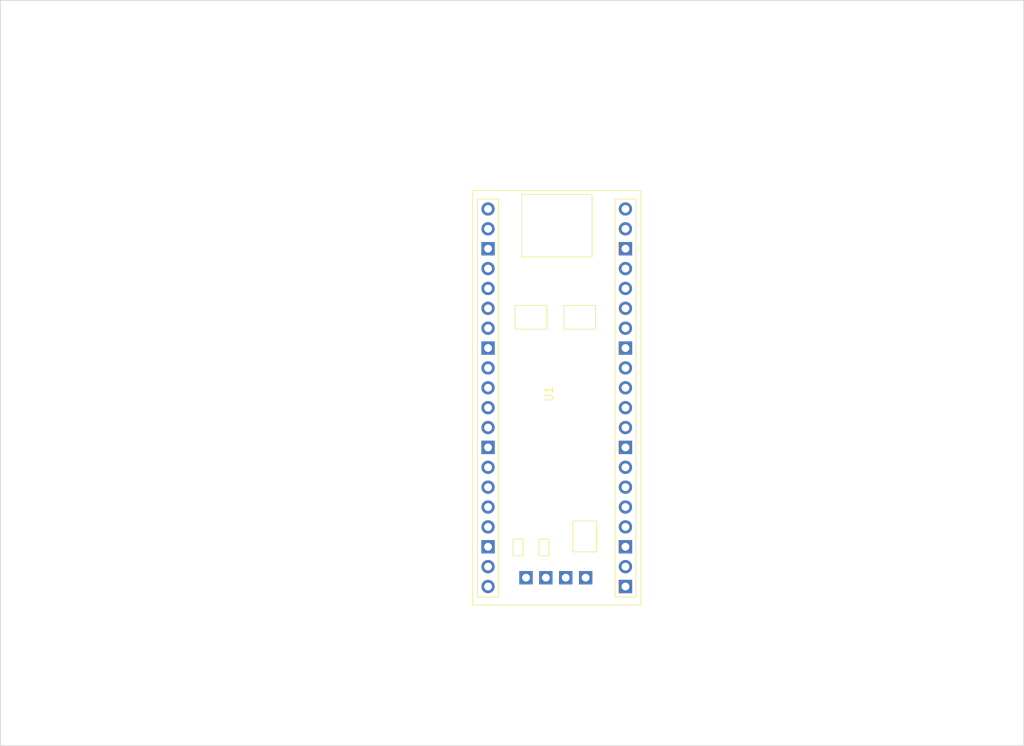
<source format=kicad_pcb>
(kicad_pcb (version 20211014) (generator pcbnew)
  (layers (0 "F.Cu" signal) (31 "B.Cu" signal) (34 "B.Paste" user) (35 "F.Paste" user) (36 "B.SilkS" user "B.Silkscreen") (37 "F.SilkS" user "F.Silkscreen") (38 "B.Mask" user) (39 "F.Mask" user) (44 "Edge.Cuts" user))
  (net 0 "")
  (footprint "WeAct-RP2040-Pico:WeAct-RP2040-Pico" (layer "F.Cu") (at 140.97 99.06)
    (fp_text reference "U1" (at -1.016 -0.508 90 unlocked) (layer "F.SilkS"))
    (fp_text value "WeAct-RP2040-Pico")
    (fp_line (start 7.444 -25.4) (end 10.104 -25.4) (layer "F.SilkS") (width 0.12))
    (fp_line (start 7.444 25.448) (end 10.104 25.448) (layer "F.SilkS") (width 0.12))
    (fp_line (start -10.12 -25.4) (end -10.12 25.448) (layer "F.SilkS") (width 0.12))
    (fp_line (start 10.104 -25.4) (end 10.104 25.448) (layer "F.SilkS") (width 0.12))
    (fp_line (start -10.12 -25.4) (end -7.46 -25.4) (layer "F.SilkS") (width 0.12))
    (fp_line (start -10.12 25.448) (end -7.46 25.448) (layer "F.SilkS") (width 0.12))
    (fp_line (start 7.444 -25.4) (end 7.444 25.448) (layer "F.SilkS") (width 0.12))
    (fp_line (start -7.46 -25.4) (end -7.46 25.448) (layer "F.SilkS") (width 0.12))
    (fp_rect (start -2.286 20.193) (end -1.016 18.034) (layer "F.SilkS") (width 0.12) (fill none))
    (fp_rect (start -5.588 20.193) (end -4.318 18.034) (layer "F.SilkS") (width 0.12) (fill none))
    (fp_rect (start -1.27 -11.811) (end -5.334 -8.763) (layer "F.SilkS") (width 0.12) (fill none))
    (fp_rect (start 5.08 19.685) (end 2.032 15.748) (layer "F.SilkS") (width 0.12) (fill none))
    (fp_rect (start -4.5 -26) (end 4.5 -18) (layer "F.SilkS") (width 0.12) (fill none))
    (fp_rect (start 4.953 -11.811) (end 0.889 -8.763) (layer "F.SilkS") (width 0.12) (fill none))
    (fp_rect (start -10.76 -26.5) (end 10.76 26.5) (layer "F.SilkS") (width 0.12) (fill none))
    (pad "1" thru_hole circle (at -8.79 -24.142) (size 1.7 1.7) (drill 1) (layers *.Cu *.Mask))
    (pad "2" thru_hole oval (at -8.79 -21.602) (size 1.7 1.7) (drill 1) (layers *.Cu *.Mask))
    (pad "3" thru_hole rect (at -8.79 -19.062) (size 1.7 1.7) (drill 1) (layers *.Cu *.Mask))
    (pad "4" thru_hole oval (at -8.79 -16.522) (size 1.7 1.7) (drill 1) (layers *.Cu *.Mask))
    (pad "5" thru_hole oval (at -8.79 -13.982) (size 1.7 1.7) (drill 1) (layers *.Cu *.Mask))
    (pad "6" thru_hole oval (at -8.79 -11.442) (size 1.7 1.7) (drill 1) (layers *.Cu *.Mask))
    (pad "7" thru_hole oval (at -8.79 -8.902) (size 1.7 1.7) (drill 1) (layers *.Cu *.Mask))
    (pad "8" thru_hole rect (at -8.79 -6.362) (size 1.7 1.7) (drill 1) (layers *.Cu *.Mask))
    (pad "9" thru_hole oval (at -8.79 -3.822) (size 1.7 1.7) (drill 1) (layers *.Cu *.Mask))
    (pad "10" thru_hole oval (at -8.79 -1.282) (size 1.7 1.7) (drill 1) (layers *.Cu *.Mask))
    (pad "11" thru_hole oval (at -8.79 1.258) (size 1.7 1.7) (drill 1) (layers *.Cu *.Mask))
    (pad "12" thru_hole oval (at -8.79 3.798) (size 1.7 1.7) (drill 1) (layers *.Cu *.Mask))
    (pad "13" thru_hole rect (at -8.79 6.338) (size 1.7 1.7) (drill 1) (layers *.Cu *.Mask))
    (pad "14" thru_hole oval (at -8.79 8.878) (size 1.7 1.7) (drill 1) (layers *.Cu *.Mask))
    (pad "15" thru_hole oval (at -8.79 11.418) (size 1.7 1.7) (drill 1) (layers *.Cu *.Mask))
    (pad "16" thru_hole oval (at -8.79 13.958) (size 1.7 1.7) (drill 1) (layers *.Cu *.Mask))
    (pad "17" thru_hole oval (at -8.79 16.498) (size 1.7 1.7) (drill 1) (layers *.Cu *.Mask))
    (pad "18" thru_hole rect (at -8.79 19.038) (size 1.7 1.7) (drill 1) (layers *.Cu *.Mask))
    (pad "19" thru_hole oval (at -8.79 21.578) (size 1.7 1.7) (drill 1) (layers *.Cu *.Mask))
    (pad "20" thru_hole oval (at -8.79 24.118) (size 1.7 1.7) (drill 1) (layers *.Cu *.Mask))
    (pad "21" thru_hole rect (at 8.774 24.118) (size 1.7 1.7) (drill 1) (layers *.Cu *.Mask))
    (pad "22" thru_hole oval (at 8.774 21.578) (size 1.7 1.7) (drill 1) (layers *.Cu *.Mask))
    (pad "23" thru_hole rect (at 8.774 19.038) (size 1.7 1.7) (drill 1) (layers *.Cu *.Mask))
    (pad "24" thru_hole oval (at 8.774 16.498) (size 1.7 1.7) (drill 1) (layers *.Cu *.Mask))
    (pad "25" thru_hole oval (at 8.774 13.958) (size 1.7 1.7) (drill 1) (layers *.Cu *.Mask))
    (pad "26" thru_hole oval (at 8.774 11.418) (size 1.7 1.7) (drill 1) (layers *.Cu *.Mask))
    (pad "27" thru_hole oval (at 8.774 8.878) (size 1.7 1.7) (drill 1) (layers *.Cu *.Mask))
    (pad "28" thru_hole rect (at 8.774 6.338) (size 1.7 1.7) (drill 1) (layers *.Cu *.Mask))
    (pad "29" thru_hole oval (at 8.774 3.798) (size 1.7 1.7) (drill 1) (layers *.Cu *.Mask))
    (pad "30" thru_hole oval (at 8.774 1.258) (size 1.7 1.7) (drill 1) (layers *.Cu *.Mask))
    (pad "31" thru_hole oval (at 8.774 -1.282) (size 1.7 1.7) (drill 1) (layers *.Cu *.Mask))
    (pad "32" thru_hole oval (at 8.774 -3.822) (size 1.7 1.7) (drill 1) (layers *.Cu *.Mask))
    (pad "33" thru_hole rect (at 8.774 -6.362) (size 1.7 1.7) (drill 1) (layers *.Cu *.Mask))
    (pad "34" thru_hole oval (at 8.774 -8.902) (size 1.7 1.7) (drill 1) (layers *.Cu *.Mask))
    (pad "35" thru_hole oval (at 8.774 -11.442) (size 1.7 1.7) (drill 1) (layers *.Cu *.Mask))
    (pad "36" thru_hole oval (at 8.774 -13.982) (size 1.7 1.7) (drill 1) (layers *.Cu *.Mask))
    (pad "37" thru_hole oval (at 8.774 -16.522) (size 1.7 1.7) (drill 1) (layers *.Cu *.Mask))
    (pad "38" thru_hole rect (at 8.774 -19.062) (size 1.7 1.7) (drill 1) (layers *.Cu *.Mask))
    (pad "39" thru_hole oval (at 8.774 -21.602) (size 1.7 1.7) (drill 1) (layers *.Cu *.Mask))
    (pad "40" thru_hole circle (at 8.774 -24.142) (size 1.7 1.7) (drill 1) (layers *.Cu *.Mask))
    (pad "41" thru_hole rect (at -3.937 22.987 90) (size 1.7 1.7) (drill 1) (layers *.Cu *.Mask))
    (pad "42" thru_hole rect (at -1.397 22.987 90) (size 1.7 1.7) (drill 1) (layers *.Cu *.Mask))
    (pad "43" thru_hole rect (at 1.143 22.987 90) (size 1.7 1.7) (drill 1) (layers *.Cu *.Mask))
    (pad "44" thru_hole rect (at 3.683 22.987 90) (size 1.7 1.7) (drill 1) (layers *.Cu *.Mask))
  )
  (gr_rect (start 69.85 48.26) (end 200.66 143.51) (layer "Edge.Cuts") (width 0.1) (fill none))
)
</source>
